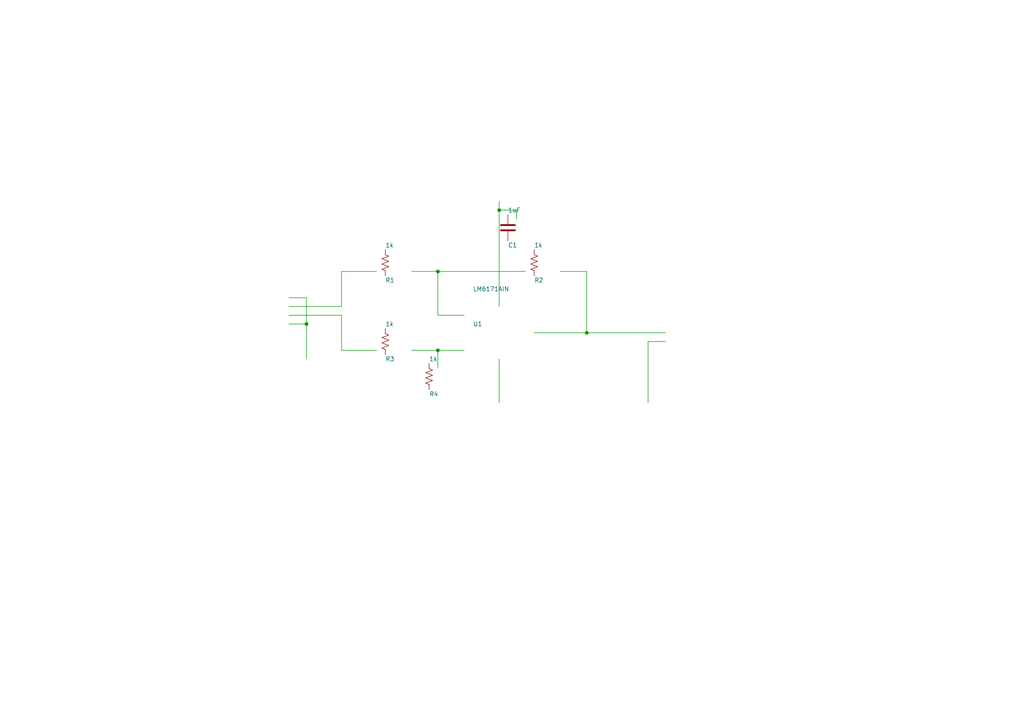
<source format=kicad_sch>
(kicad_sch (version 20250114) (generator "orcad2kicad")
  (paper "A4")
  (title_block (title "") (date "") (rev ""))
  (lib_symbols
    (symbol "Device:R_US" (pin_numbers hide) (pin_names (offset 0))
      (property "Reference" "R" (at 2.54 0 90))
      (property "Value" "R_US" (at -2.54 0 90))
      (symbol "R_US_0_1"
        (polyline (pts (xy 0 -2.286) (xy 0 -2.54)))
        (polyline (pts (xy 0 2.286) (xy 0 2.54)))
        (polyline (pts (xy 0 -0.762) (xy 1.016 -1.143) (xy 0 -1.524) (xy -1.016 -1.905) (xy 0 -2.286)))
        (polyline (pts (xy 0 0.762) (xy 1.016 0.381) (xy 0 0) (xy -1.016 -0.381) (xy 0 -0.762)))
        (polyline (pts (xy 0 2.286) (xy 1.016 1.905) (xy 0 1.524) (xy -1.016 1.143) (xy 0 0.762)))
      )
      (symbol "R_US_1_1"
        (pin passive line (at 0 3.81 270) (length 1.27) (name "~") (number "1"))
        (pin passive line (at 0 -3.81 90) (length 1.27) (name "~") (number "2"))
      )
    )
    (symbol "Device:C" (pin_numbers hide) (pin_names (offset 0.254))
      (property "Reference" "C" (at 0.635 2.54 0))
      (property "Value" "C" (at 0.635 -2.54 0))
      (symbol "C_0_1"
        (polyline (pts (xy -2.032 -0.762) (xy 2.032 -0.762)) (stroke (width 0.508)))
        (polyline (pts (xy -2.032 0.762) (xy 2.032 0.762)) (stroke (width 0.508)))
      )
      (symbol "C_1_1"
        (pin passive line (at 0 3.81 270) (length 2.794) (name "~") (number "1"))
        (pin passive line (at 0 -3.81 90) (length 2.794) (name "~") (number "2"))
      )
    )
    (symbol "LM2902" (pin_names (offset 0.127))
      (property "Reference" "U" (at 0 5.08 0))
      (property "Value" "LM2902" (at 0 -5.08 0))
      (symbol "LM2902_1_1"
        (polyline (pts (xy -5.08 5.08) (xy 5.08 0) (xy -5.08 -5.08) (xy -5.08 5.08)) (stroke (width 0.254)) (fill (type background)))
        (pin output line (at 7.62 0 180) (length 2.54) (name "~") (number "1"))
        (pin input line (at -7.62 -2.54 0) (length 2.54) (name "-") (number "2"))
        (pin input line (at -7.62 2.54 0) (length 2.54) (name "+") (number "3"))
      )
      (symbol "LM2902_2_1"
        (polyline (pts (xy -5.08 5.08) (xy 5.08 0) (xy -5.08 -5.08) (xy -5.08 5.08)) (stroke (width 0.254)) (fill (type background)))
        (pin input line (at -7.62 2.54 0) (length 2.54) (name "+") (number "5"))
        (pin input line (at -7.62 -2.54 0) (length 2.54) (name "-") (number "6"))
        (pin output line (at 7.62 0 180) (length 2.54) (name "~") (number "7"))
      )
      (symbol "LM2902_3_1"
        (polyline (pts (xy -5.08 5.08) (xy 5.08 0) (xy -5.08 -5.08) (xy -5.08 5.08)) (stroke (width 0.254)) (fill (type background)))
        (pin input line (at -7.62 2.54 0) (length 2.54) (name "+") (number "10"))
        (pin output line (at 7.62 0 180) (length 2.54) (name "~") (number "8"))
        (pin input line (at -7.62 -2.54 0) (length 2.54) (name "-") (number "9"))
      )
      (symbol "LM2902_4_1"
        (polyline (pts (xy -5.08 5.08) (xy 5.08 0) (xy -5.08 -5.08) (xy -5.08 5.08)) (stroke (width 0.254)) (fill (type background)))
        (pin input line (at -7.62 2.54 0) (length 2.54) (name "+") (number "12"))
        (pin input line (at -7.62 -2.54 0) (length 2.54) (name "-") (number "13"))
        (pin output line (at 7.62 0 180) (length 2.54) (name "~") (number "14"))
      )
      (symbol "LM2902_5_1"
        (pin power_in line (at -2.54 -7.62 90) (length 3.81) (name "V-") (number "11"))
        (pin power_in line (at -2.54 7.62 270) (length 3.81) (name "V+") (number "4"))
      )
    )
    (symbol "Amplifier_Operational:LM324"
      (property "Reference" "U" (at 0 5.08 0))
      (property "Value" "LM324" (at 0 -5.08 0))
    )
    (symbol "Fallback_J" (pin_names (offset 0.254))
      (property "Reference" "F" (at 0 2 0))
      (property "Value" "Fallback_J" (at 0 -2 0))
      (symbol "Fallback_J_0_1"
        (pin passive line (at -2.54 0 0) (length 2.54) (name "1") (number "1"))
        (pin passive line (at 2.54 0 0) (length 2.54) (name "2") (number "2"))
      )
    )
  )
  (symbol (lib_id "Amplifier_Operational:LM324") (at 137.16 88.9 0) (unit 1)
    (property "Reference" "U1" (at 137.16 93.98 0) (effects (justify left)))
    (property "Value" "LM6171AIN" (at 137.16 83.82 0) (effects (justify left)))
  )
  (symbol (lib_id "Device:R_US") (at 111.76 76.2 0) (unit 1)
    (property "Reference" "R1" (at 111.76 81.28 0) (effects (justify left)))
    (property "Value" "1k" (at 111.76 71.12 0) (effects (justify left)))
  )
  (symbol (lib_id "Device:R_US") (at 154.94 76.2 0) (unit 1)
    (property "Reference" "R2" (at 154.94 81.28 0) (effects (justify left)))
    (property "Value" "1k" (at 154.94 71.12 0) (effects (justify left)))
  )
  (symbol (lib_id "Device:R_US") (at 111.76 99.06 0) (unit 1)
    (property "Reference" "R3" (at 111.76 104.14 0) (effects (justify left)))
    (property "Value" "1k" (at 111.76 93.98 0) (effects (justify left)))
  )
  (symbol (lib_id "Device:R_US") (at 124.46 109.22 0) (unit 1)
    (property "Reference" "R4" (at 124.46 114.3 0) (effects (justify left)))
    (property "Value" "1k" (at 124.46 104.14 0) (effects (justify left)))
  )
  (symbol (lib_id "Device:C") (at 147.32 66.04 0) (unit 1)
    (property "Reference" "C1" (at 147.32 71.12 0) (effects (justify left)))
    (property "Value" "1uF" (at 147.32 60.96 0) (effects (justify left)))
  )
  (symbol (lib_id "Device:J") (at 195.58 91.44 0) (unit 1)
    (property "Reference" "J2" (at 195.58 96.52 0) (effects (justify left)))
    (property "Value" "61300211121" (at 195.58 86.36 0) (effects (justify left)))
  )
  (symbol (lib_id "Device:J") (at 73.66 81.28 0) (unit 1)
    (property "Reference" "J1" (at 73.66 86.36 0) (effects (justify left)))
    (property "Value" "691701310004B" (at 73.66 76.2 0) (effects (justify left)))
  )
  (wire (pts (xy 144.78 58.42) (xy 144.78 60.96)))
  (wire (pts (xy 149.86 63.5) (xy 149.86 60.96)))
  (wire (pts (xy 149.86 60.96) (xy 144.78 60.96)))
  (wire (pts (xy 144.78 60.96) (xy 144.78 88.9)))
  (wire (pts (xy 144.78 104.14) (xy 144.78 116.84)))
  (wire (pts (xy 187.96 116.84) (xy 187.96 99.06)))
  (wire (pts (xy 187.96 99.06) (xy 193.04 99.06)))
  (wire (pts (xy 83.82 86.36) (xy 88.9 86.36)))
  (wire (pts (xy 88.9 86.36) (xy 88.9 93.98)))
  (wire (pts (xy 83.82 93.98) (xy 88.9 93.98)))
  (wire (pts (xy 88.9 93.98) (xy 88.9 104.14)))
  (wire (pts (xy 119.38 78.74) (xy 127 78.74)))
  (wire (pts (xy 134.62 91.44) (xy 127 91.44)))
  (wire (pts (xy 127 91.44) (xy 127 78.74)))
  (wire (pts (xy 127 78.74) (xy 152.4 78.74)))
  (wire (pts (xy 162.56 78.74) (xy 170.18 78.74)))
  (wire (pts (xy 170.18 78.74) (xy 170.18 96.52)))
  (wire (pts (xy 170.18 96.52) (xy 154.94 96.52)))
  (wire (pts (xy 170.18 96.52) (xy 193.04 96.52)))
  (wire (pts (xy 119.38 101.6) (xy 127 101.6)))
  (wire (pts (xy 127 106.68) (xy 127 101.6)))
  (wire (pts (xy 127 101.6) (xy 134.62 101.6)))
  (wire (pts (xy 99.06 101.6) (xy 109.22 101.6)))
  (wire (pts (xy 99.06 101.6) (xy 99.06 91.44)))
  (wire (pts (xy 99.06 91.44) (xy 83.82 91.44)))
  (wire (pts (xy 109.22 78.74) (xy 99.06 78.74)))
  (wire (pts (xy 99.06 78.74) (xy 99.06 88.9)))
  (wire (pts (xy 99.06 88.9) (xy 83.82 88.9)))
  (junction (at 144.78 60.96))
  (junction (at 88.9 93.98))
  (junction (at 127 78.74))
  (junction (at 170.18 96.52))
  (junction (at 127 101.6))
)
</source>
